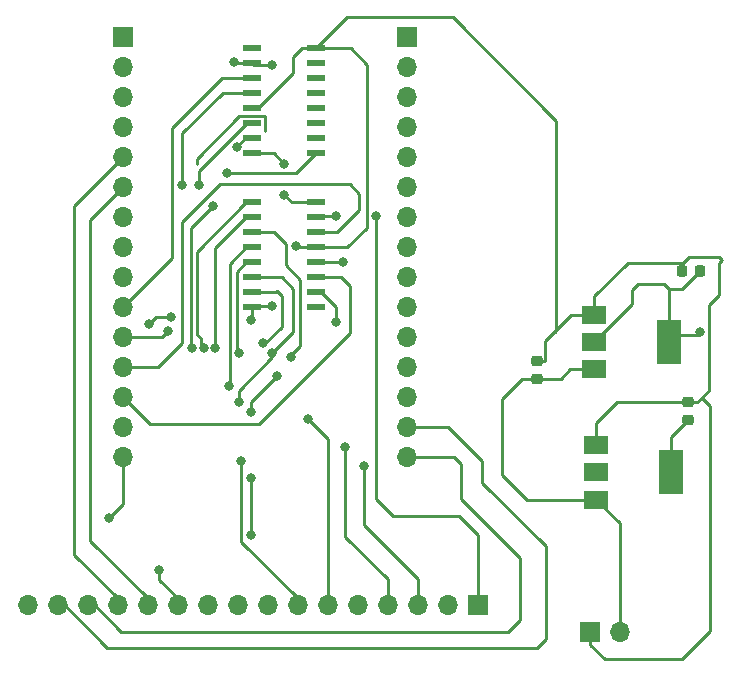
<source format=gbr>
%TF.GenerationSoftware,KiCad,Pcbnew,8.0.0-8.0.0-1~ubuntu22.04.1*%
%TF.CreationDate,2024-03-19T22:30:40+08:00*%
%TF.ProjectId,ble_midi_hardware,626c655f-6d69-4646-995f-686172647761,rev?*%
%TF.SameCoordinates,Original*%
%TF.FileFunction,Copper,L1,Top*%
%TF.FilePolarity,Positive*%
%FSLAX46Y46*%
G04 Gerber Fmt 4.6, Leading zero omitted, Abs format (unit mm)*
G04 Created by KiCad (PCBNEW 8.0.0-8.0.0-1~ubuntu22.04.1) date 2024-03-19 22:30:40*
%MOMM*%
%LPD*%
G01*
G04 APERTURE LIST*
G04 Aperture macros list*
%AMRoundRect*
0 Rectangle with rounded corners*
0 $1 Rounding radius*
0 $2 $3 $4 $5 $6 $7 $8 $9 X,Y pos of 4 corners*
0 Add a 4 corners polygon primitive as box body*
4,1,4,$2,$3,$4,$5,$6,$7,$8,$9,$2,$3,0*
0 Add four circle primitives for the rounded corners*
1,1,$1+$1,$2,$3*
1,1,$1+$1,$4,$5*
1,1,$1+$1,$6,$7*
1,1,$1+$1,$8,$9*
0 Add four rect primitives between the rounded corners*
20,1,$1+$1,$2,$3,$4,$5,0*
20,1,$1+$1,$4,$5,$6,$7,0*
20,1,$1+$1,$6,$7,$8,$9,0*
20,1,$1+$1,$8,$9,$2,$3,0*%
G04 Aperture macros list end*
%TA.AperFunction,ComponentPad*%
%ADD10R,1.700000X1.700000*%
%TD*%
%TA.AperFunction,ComponentPad*%
%ADD11O,1.700000X1.700000*%
%TD*%
%TA.AperFunction,SMDPad,CuDef*%
%ADD12RoundRect,0.225000X0.250000X-0.225000X0.250000X0.225000X-0.250000X0.225000X-0.250000X-0.225000X0*%
%TD*%
%TA.AperFunction,SMDPad,CuDef*%
%ADD13R,2.000000X1.500000*%
%TD*%
%TA.AperFunction,SMDPad,CuDef*%
%ADD14R,2.000000X3.800000*%
%TD*%
%TA.AperFunction,SMDPad,CuDef*%
%ADD15R,1.550000X0.600000*%
%TD*%
%TA.AperFunction,SMDPad,CuDef*%
%ADD16RoundRect,0.225000X0.225000X0.250000X-0.225000X0.250000X-0.225000X-0.250000X0.225000X-0.250000X0*%
%TD*%
%TA.AperFunction,ViaPad*%
%ADD17C,0.800000*%
%TD*%
%TA.AperFunction,Conductor*%
%ADD18C,0.250000*%
%TD*%
G04 APERTURE END LIST*
D10*
%TO.P,J2,1,Pin_1*%
%TO.N,unconnected-(J2-Pin_1-Pad1)*%
X107200000Y-62240000D03*
D11*
%TO.P,J2,2,Pin_2*%
%TO.N,unconnected-(J2-Pin_2-Pad2)*%
X107200000Y-64780000D03*
%TO.P,J2,3,Pin_3*%
%TO.N,unconnected-(J2-Pin_3-Pad3)*%
X107200000Y-67320000D03*
%TO.P,J2,4,Pin_4*%
%TO.N,unconnected-(J2-Pin_4-Pad4)*%
X107200000Y-69860000D03*
%TO.P,J2,5,Pin_5*%
%TO.N,/IN3*%
X107200000Y-72400000D03*
%TO.P,J2,6,Pin_6*%
%TO.N,/IN2*%
X107200000Y-74940000D03*
%TO.P,J2,7,Pin_7*%
%TO.N,/IN1*%
X107200000Y-77480000D03*
%TO.P,J2,8,Pin_8*%
%TO.N,/RCK2*%
X107200000Y-80020000D03*
%TO.P,J2,9,Pin_9*%
%TO.N,/SDA2*%
X107200000Y-82560000D03*
%TO.P,J2,10,Pin_10*%
%TO.N,/SCK2*%
X107200000Y-85100000D03*
%TO.P,J2,11,Pin_11*%
%TO.N,/RCK1*%
X107200000Y-87640000D03*
%TO.P,J2,12,Pin_12*%
%TO.N,/SDA1*%
X107200000Y-90180000D03*
%TO.P,J2,13,Pin_13*%
%TO.N,/SCK1*%
X107200000Y-92720000D03*
%TO.P,J2,14,Pin_14*%
%TO.N,/GND*%
X107200000Y-95260000D03*
%TO.P,J2,15,Pin_15*%
%TO.N,/5V*%
X107200000Y-97800000D03*
%TD*%
D12*
%TO.P,C2,1*%
%TO.N,/3.3V*%
X155011000Y-94706400D03*
%TO.P,C2,2*%
%TO.N,/GND*%
X155011000Y-93156400D03*
%TD*%
D13*
%TO.P,U4,1,GND*%
%TO.N,/GND*%
X147066000Y-85800000D03*
%TO.P,U4,2,VO*%
%TO.N,/5V*%
X147066000Y-88100000D03*
D14*
X153366000Y-88100000D03*
D13*
%TO.P,U4,3,VI*%
%TO.N,/\u96FB\u6E90/VIN*%
X147066000Y-90400000D03*
%TD*%
D10*
%TO.P,J3,1,Pin_1*%
%TO.N,unconnected-(J3-Pin_1-Pad1)*%
X131200000Y-62240000D03*
D11*
%TO.P,J3,2,Pin_2*%
%TO.N,unconnected-(J3-Pin_2-Pad2)*%
X131200000Y-64780000D03*
%TO.P,J3,3,Pin_3*%
%TO.N,unconnected-(J3-Pin_3-Pad3)*%
X131200000Y-67320000D03*
%TO.P,J3,4,Pin_4*%
%TO.N,unconnected-(J3-Pin_4-Pad4)*%
X131200000Y-69860000D03*
%TO.P,J3,5,Pin_5*%
%TO.N,unconnected-(J3-Pin_5-Pad5)*%
X131200000Y-72400000D03*
%TO.P,J3,6,Pin_6*%
%TO.N,unconnected-(J3-Pin_6-Pad6)*%
X131200000Y-74940000D03*
%TO.P,J3,7,Pin_7*%
%TO.N,unconnected-(J3-Pin_7-Pad7)*%
X131200000Y-77480000D03*
%TO.P,J3,8,Pin_8*%
%TO.N,unconnected-(J3-Pin_8-Pad8)*%
X131200000Y-80020000D03*
%TO.P,J3,9,Pin_9*%
%TO.N,unconnected-(J3-Pin_9-Pad9)*%
X131200000Y-82560000D03*
%TO.P,J3,10,Pin_10*%
%TO.N,unconnected-(J3-Pin_10-Pad10)*%
X131200000Y-85100000D03*
%TO.P,J3,11,Pin_11*%
%TO.N,unconnected-(J3-Pin_11-Pad11)*%
X131200000Y-87640000D03*
%TO.P,J3,12,Pin_12*%
%TO.N,unconnected-(J3-Pin_12-Pad12)*%
X131200000Y-90180000D03*
%TO.P,J3,13,Pin_13*%
%TO.N,unconnected-(J3-Pin_13-Pad13)*%
X131200000Y-92720000D03*
%TO.P,J3,14,Pin_14*%
%TO.N,/IN5*%
X131200000Y-95260000D03*
%TO.P,J3,15,Pin_15*%
%TO.N,/IN4*%
X131200000Y-97800000D03*
%TD*%
D15*
%TO.P,U2,1,QB*%
%TO.N,/OUT10*%
X123530200Y-72127800D03*
%TO.P,U2,2,QC*%
%TO.N,unconnected-(U2-QC-Pad2)*%
X123530200Y-70857800D03*
%TO.P,U2,3,QD*%
%TO.N,unconnected-(U2-QD-Pad3)*%
X123530200Y-69587800D03*
%TO.P,U2,4,QE*%
%TO.N,unconnected-(U2-QE-Pad4)*%
X123530200Y-68317800D03*
%TO.P,U2,5,QF*%
%TO.N,unconnected-(U2-QF-Pad5)*%
X123530200Y-67047800D03*
%TO.P,U2,6,QG*%
%TO.N,unconnected-(U2-QG-Pad6)*%
X123530200Y-65777800D03*
%TO.P,U2,7,QH*%
%TO.N,unconnected-(U2-QH-Pad7)*%
X123530200Y-64507800D03*
%TO.P,U2,8,GND*%
%TO.N,/GND*%
X123530200Y-63237800D03*
%TO.P,U2,9,QH'*%
%TO.N,unconnected-(U2-QH'-Pad9)*%
X118130200Y-63237800D03*
%TO.P,U2,10,~{SRCLR}*%
%TO.N,/5V*%
X118130200Y-64507800D03*
%TO.P,U2,11,SRCLK*%
%TO.N,/SCK2*%
X118130200Y-65777800D03*
%TO.P,U2,12,RCLK*%
%TO.N,/RCK2*%
X118130200Y-67047800D03*
%TO.P,U2,13,~{OE}*%
%TO.N,/GND*%
X118130200Y-68317800D03*
%TO.P,U2,14,SER*%
%TO.N,/SDA2*%
X118130200Y-69587800D03*
%TO.P,U2,15,QA*%
%TO.N,/OUT9*%
X118130200Y-70857800D03*
%TO.P,U2,16,VCC*%
%TO.N,/5V*%
X118130200Y-72127800D03*
%TD*%
D13*
%TO.P,U3,1,GND*%
%TO.N,/GND*%
X147261000Y-96831400D03*
%TO.P,U3,2,VO*%
%TO.N,/3.3V*%
X147261000Y-99131400D03*
D14*
X153561000Y-99131400D03*
D13*
%TO.P,U3,3,VI*%
%TO.N,/\u96FB\u6E90/VIN*%
X147261000Y-101431400D03*
%TD*%
D10*
%TO.P,J1,1,Pin_1*%
%TO.N,/GND*%
X146710400Y-112623600D03*
D11*
%TO.P,J1,2,Pin_2*%
%TO.N,/\u96FB\u6E90/VIN*%
X149250400Y-112623600D03*
%TD*%
D16*
%TO.P,C3,1*%
%TO.N,/5V*%
X156061000Y-82101400D03*
%TO.P,C3,2*%
%TO.N,/GND*%
X154511000Y-82101400D03*
%TD*%
D15*
%TO.P,U1,1,QB*%
%TO.N,/OUT2*%
X118080200Y-76261024D03*
%TO.P,U1,2,QC*%
%TO.N,/OUT3*%
X118080200Y-77531024D03*
%TO.P,U1,3,QD*%
%TO.N,/OUT4*%
X118080200Y-78801024D03*
%TO.P,U1,4,QE*%
%TO.N,/OUT5*%
X118080200Y-80071024D03*
%TO.P,U1,5,QF*%
%TO.N,/OUT6*%
X118080200Y-81341024D03*
%TO.P,U1,6,QG*%
%TO.N,/OUT7*%
X118080200Y-82611024D03*
%TO.P,U1,7,QH*%
%TO.N,/OUT8*%
X118080200Y-83881024D03*
%TO.P,U1,8,GND*%
%TO.N,/GND*%
X118080200Y-85151024D03*
%TO.P,U1,9,QH'*%
%TO.N,unconnected-(U1-QH'-Pad9)*%
X123480200Y-85151024D03*
%TO.P,U1,10,~{SRCLR}*%
%TO.N,/5V*%
X123480200Y-83881024D03*
%TO.P,U1,11,SRCLK*%
%TO.N,/SCK1*%
X123480200Y-82611024D03*
%TO.P,U1,12,RCLK*%
%TO.N,/RCK1*%
X123480200Y-81341024D03*
%TO.P,U1,13,~{OE}*%
%TO.N,/GND*%
X123480200Y-80071024D03*
%TO.P,U1,14,SER*%
%TO.N,/SDA1*%
X123480200Y-78801024D03*
%TO.P,U1,15,QA*%
%TO.N,/OUT1*%
X123480200Y-77531024D03*
%TO.P,U1,16,VCC*%
%TO.N,/5V*%
X123480200Y-76261024D03*
%TD*%
D10*
%TO.P,J4,1,Pin_1*%
%TO.N,/OUT1*%
X137205000Y-110350000D03*
D11*
%TO.P,J4,2,Pin_2*%
%TO.N,/OUT2*%
X134665000Y-110350000D03*
%TO.P,J4,3,Pin_3*%
%TO.N,/OUT3*%
X132125000Y-110350000D03*
%TO.P,J4,4,Pin_4*%
%TO.N,/OUT4*%
X129585000Y-110350000D03*
%TO.P,J4,5,Pin_5*%
%TO.N,/OUT5*%
X127045000Y-110350000D03*
%TO.P,J4,6,Pin_6*%
%TO.N,/OUT6*%
X124505000Y-110350000D03*
%TO.P,J4,7,Pin_7*%
%TO.N,/OUT7*%
X121965000Y-110350000D03*
%TO.P,J4,8,Pin_8*%
%TO.N,/OUT8*%
X119425000Y-110350000D03*
%TO.P,J4,9,Pin_9*%
%TO.N,/OUT9*%
X116885000Y-110350000D03*
%TO.P,J4,10,Pin_10*%
%TO.N,/OUT10*%
X114345000Y-110350000D03*
%TO.P,J4,11,Pin_11*%
%TO.N,/IN1*%
X111805000Y-110350000D03*
%TO.P,J4,12,Pin_12*%
%TO.N,/IN2*%
X109265000Y-110350000D03*
%TO.P,J4,13,Pin_13*%
%TO.N,/IN3*%
X106725000Y-110350000D03*
%TO.P,J4,14,Pin_14*%
%TO.N,/IN4*%
X104185000Y-110350000D03*
%TO.P,J4,15,Pin_15*%
%TO.N,/IN5*%
X101645000Y-110350000D03*
%TO.P,J4,16,Pin_16*%
%TO.N,unconnected-(J4-Pin_16-Pad16)*%
X99105000Y-110350000D03*
%TD*%
D12*
%TO.P,C1,1*%
%TO.N,/\u96FB\u6E90/VIN*%
X142261000Y-91206400D03*
%TO.P,C1,2*%
%TO.N,/GND*%
X142261000Y-89656400D03*
%TD*%
D17*
%TO.N,/IN1*%
X110200000Y-107400000D03*
%TO.N,/RCK2*%
X112200000Y-74800000D03*
%TO.N,/SDA2*%
X113600000Y-74800000D03*
%TO.N,/RCK1*%
X111000000Y-87132800D03*
X125780200Y-81332800D03*
%TO.N,/GND*%
X121800000Y-80000000D03*
X111200000Y-86000000D03*
X119800000Y-85000000D03*
X118000000Y-86200000D03*
X109400000Y-86600000D03*
%TO.N,/5V*%
X120800000Y-73000000D03*
X116600000Y-64400000D03*
X125200000Y-86400000D03*
X119800000Y-64600000D03*
X106000000Y-103000000D03*
X156060000Y-87260000D03*
X120800000Y-75600000D03*
%TO.N,/OUT1*%
X128600000Y-77400000D03*
X128600000Y-77400000D03*
X125200000Y-77400000D03*
%TO.N,/OUT2*%
X114000000Y-88600000D03*
%TO.N,/OUT3*%
X115000000Y-88600000D03*
X127600000Y-98600000D03*
%TO.N,/OUT4*%
X121400000Y-89400000D03*
X126000000Y-97000000D03*
%TO.N,/OUT5*%
X116175048Y-91824951D03*
%TO.N,/OUT6*%
X122800000Y-94600000D03*
X117000000Y-89000000D03*
%TO.N,/OUT7*%
X117000000Y-93200000D03*
X119800000Y-89000000D03*
X117200000Y-98200000D03*
%TO.N,/OUT8*%
X120200000Y-91000000D03*
X118000000Y-99600000D03*
X118000000Y-94000000D03*
X119000000Y-88200000D03*
X118000000Y-104400000D03*
%TO.N,/OUT9*%
X116800000Y-71600000D03*
X113000000Y-88600000D03*
X114800000Y-76600000D03*
%TO.N,/OUT10*%
X116000000Y-73800000D03*
%TD*%
D18*
%TO.N,/5V*%
X156060000Y-87260000D02*
X155850000Y-87470000D01*
X155850000Y-87470000D02*
X153996000Y-87470000D01*
X153996000Y-87470000D02*
X153366000Y-88100000D01*
%TO.N,/GND*%
X156159200Y-92811600D02*
X156810000Y-92160800D01*
X156810000Y-92160800D02*
X156810000Y-84950000D01*
X157632400Y-81381600D02*
X157886400Y-81127600D01*
X157632400Y-80873600D02*
X155092400Y-80873600D01*
X156810000Y-84950000D02*
X157632400Y-84127600D01*
X157632400Y-84127600D02*
X157632400Y-81381600D01*
X157886400Y-81127600D02*
X157632400Y-80873600D01*
X155092400Y-80873600D02*
X154584400Y-81381600D01*
%TO.N,*%
X113400000Y-72593000D02*
X117030200Y-68962800D01*
X119230200Y-68962800D02*
X119230200Y-70182600D01*
X119230200Y-70182600D02*
X119200000Y-70212800D01*
X117030200Y-68962800D02*
X119230200Y-68962800D01*
X113400000Y-73000000D02*
X113400000Y-72593000D01*
%TO.N,/IN3*%
X103000000Y-76600000D02*
X107200000Y-72400000D01*
X103000000Y-106080000D02*
X103000000Y-76600000D01*
X106720000Y-109800000D02*
X103000000Y-106080000D01*
%TO.N,/IN2*%
X104400000Y-104940000D02*
X104400000Y-77740000D01*
X104400000Y-77740000D02*
X107200000Y-74940000D01*
X109260000Y-109800000D02*
X104400000Y-104940000D01*
%TO.N,/IN1*%
X110200000Y-108200000D02*
X110200000Y-107400000D01*
X111800000Y-109800000D02*
X110200000Y-108200000D01*
%TO.N,/RCK2*%
X115647800Y-67047800D02*
X115600000Y-67000000D01*
X112200000Y-70600000D02*
X112200000Y-74800000D01*
X115600000Y-67000000D02*
X112200000Y-70400000D01*
X112200000Y-70400000D02*
X112200000Y-70600000D01*
X112200000Y-74800000D02*
X112200000Y-75000000D01*
X118130200Y-67047800D02*
X115647800Y-67047800D01*
%TO.N,/SDA2*%
X117655200Y-69587800D02*
X113600000Y-73643000D01*
X118130200Y-69587800D02*
X117655200Y-69587800D01*
X113600000Y-73643000D02*
X113600000Y-74800000D01*
%TO.N,/SCK2*%
X115580200Y-65732800D02*
X115625200Y-65777800D01*
X115625200Y-65777800D02*
X118130200Y-65777800D01*
X111330200Y-69982800D02*
X115580200Y-65732800D01*
X107200000Y-85100000D02*
X111330200Y-80969800D01*
X111330200Y-80969800D02*
X111330200Y-69982800D01*
%TO.N,/RCK1*%
X125780200Y-81332800D02*
X123488424Y-81332800D01*
X111000000Y-87132800D02*
X110492800Y-87640000D01*
X110492800Y-87640000D02*
X107200000Y-87640000D01*
X123488424Y-81332800D02*
X123480200Y-81341024D01*
%TO.N,/SDA1*%
X125311976Y-78801024D02*
X123480200Y-78801024D01*
X112180200Y-88132800D02*
X112180200Y-77932800D01*
X107200000Y-90180000D02*
X110133000Y-90180000D01*
X115380200Y-74732800D02*
X126380200Y-74732800D01*
X126380200Y-74732800D02*
X127180200Y-75532800D01*
X127180200Y-76932800D02*
X125311976Y-78801024D01*
X127180200Y-75532800D02*
X127180200Y-76932800D01*
X110133000Y-90180000D02*
X112180200Y-88132800D01*
X112180200Y-77932800D02*
X115380200Y-74732800D01*
%TO.N,/SCK1*%
X125611024Y-82611024D02*
X123480200Y-82611024D01*
X126380200Y-83380200D02*
X125611024Y-82611024D01*
X126380200Y-87332800D02*
X126380200Y-83380200D01*
X118713000Y-95000000D02*
X126380200Y-87332800D01*
X107200000Y-92720000D02*
X109480000Y-95000000D01*
X109480000Y-95000000D02*
X118713000Y-95000000D01*
%TO.N,/GND*%
X155011000Y-93156400D02*
X155814400Y-93156400D01*
X121600000Y-65323000D02*
X121600000Y-64000000D01*
X154511000Y-82101400D02*
X154511000Y-81455000D01*
X146710400Y-113723600D02*
X147947200Y-114960400D01*
X118605200Y-68317800D02*
X121600000Y-65323000D01*
X110000000Y-86000000D02*
X109400000Y-86600000D01*
X154482800Y-114960400D02*
X156870400Y-112572800D01*
X143823800Y-69351000D02*
X135077200Y-60604400D01*
X142261000Y-89656400D02*
X142911000Y-89656400D01*
X111200000Y-86000000D02*
X110000000Y-86000000D01*
X149036000Y-93156400D02*
X147261000Y-94931400D01*
X127800000Y-78400000D02*
X126128976Y-80071024D01*
X155814400Y-93156400D02*
X156159200Y-92811600D01*
X127800000Y-64600000D02*
X127800000Y-78400000D01*
X147261000Y-94931400D02*
X147261000Y-96831400D01*
X154584400Y-81381600D02*
X149910800Y-81381600D01*
X147066000Y-84226400D02*
X147066000Y-85800000D01*
X154511000Y-81455000D02*
X154584400Y-81381600D01*
X146710400Y-112623600D02*
X146710400Y-113723600D01*
X126163600Y-60604400D02*
X123530200Y-63237800D01*
X143823800Y-87118600D02*
X143823800Y-69351000D01*
X147947200Y-114960400D02*
X154482800Y-114960400D01*
X142911000Y-89656400D02*
X142911000Y-88031400D01*
X143030200Y-87912200D02*
X143823800Y-87118600D01*
X126437800Y-63237800D02*
X127800000Y-64600000D01*
X156870400Y-112572800D02*
X156870400Y-93522800D01*
X155011000Y-93156400D02*
X149036000Y-93156400D01*
X118130200Y-68317800D02*
X118605200Y-68317800D01*
X118231224Y-85000000D02*
X118080200Y-85151024D01*
X122362200Y-63237800D02*
X123530200Y-63237800D01*
X156870400Y-93522800D02*
X156159200Y-92811600D01*
X121871024Y-80071024D02*
X121800000Y-80000000D01*
X145142400Y-85800000D02*
X147066000Y-85800000D01*
X142911000Y-88031400D02*
X143030200Y-87912200D01*
X123480200Y-80071024D02*
X122000000Y-80071024D01*
X118080200Y-85151024D02*
X118080200Y-86119800D01*
X123530200Y-63237800D02*
X126437800Y-63237800D01*
X119800000Y-85000000D02*
X118231224Y-85000000D01*
X121600000Y-64000000D02*
X122362200Y-63237800D01*
X126128976Y-80071024D02*
X123480200Y-80071024D01*
X135077200Y-60604400D02*
X126163600Y-60604400D01*
X149910800Y-81381600D02*
X147066000Y-84226400D01*
X118080200Y-86119800D02*
X118000000Y-86200000D01*
X143030200Y-87912200D02*
X145142400Y-85800000D01*
%TO.N,/5V*%
X150736000Y-83206400D02*
X150261000Y-83681400D01*
X123955200Y-83881024D02*
X125200000Y-85125824D01*
X153366000Y-83622800D02*
X152949600Y-83206400D01*
X125200000Y-85125824D02*
X125200000Y-86400000D01*
X107200000Y-97800000D02*
X107200000Y-101800000D01*
X123480200Y-76261024D02*
X121461024Y-76261024D01*
X121461024Y-76261024D02*
X120800000Y-75600000D01*
X152949600Y-83206400D02*
X150736000Y-83206400D01*
X153366000Y-83752400D02*
X153366000Y-83622800D01*
X107200000Y-101800000D02*
X106000000Y-103000000D01*
X150261000Y-83681400D02*
X150261000Y-84905000D01*
X153366000Y-83622800D02*
X154539600Y-83622800D01*
X118130200Y-64507800D02*
X116707800Y-64507800D01*
X118222400Y-64600000D02*
X118130200Y-64507800D01*
X106000000Y-103000000D02*
X105800000Y-103200000D01*
X119927800Y-72127800D02*
X118130200Y-72127800D01*
X153366000Y-88100000D02*
X153366000Y-83752400D01*
X125200000Y-86400000D02*
X125200000Y-86600000D01*
X150261000Y-84905000D02*
X147066000Y-88100000D01*
X123480200Y-83881024D02*
X123955200Y-83881024D01*
X154539600Y-83622800D02*
X156061000Y-82101400D01*
X116707800Y-64507800D02*
X116600000Y-64400000D01*
X120800000Y-73000000D02*
X119927800Y-72127800D01*
X119800000Y-64600000D02*
X118222400Y-64600000D01*
%TO.N,/IN5*%
X101640000Y-109800000D02*
X105840000Y-114000000D01*
X142200000Y-114000000D02*
X143000000Y-113200000D01*
X143000000Y-113200000D02*
X143000000Y-105400000D01*
X137600000Y-100000000D02*
X137600000Y-98200000D01*
X105840000Y-114000000D02*
X142200000Y-114000000D01*
X143000000Y-105400000D02*
X137600000Y-100000000D01*
X134660000Y-95260000D02*
X131200000Y-95260000D01*
X137600000Y-98200000D02*
X134660000Y-95260000D01*
%TO.N,/IN4*%
X135800000Y-98400000D02*
X135200000Y-97800000D01*
X140800000Y-106400000D02*
X135800000Y-101400000D01*
X139800000Y-112600000D02*
X140800000Y-111600000D01*
X104180000Y-109800000D02*
X106980000Y-112600000D01*
X106980000Y-112600000D02*
X139800000Y-112600000D01*
X135800000Y-101400000D02*
X135800000Y-98400000D01*
X135200000Y-97800000D02*
X131200000Y-97800000D01*
X140800000Y-111600000D02*
X140800000Y-106400000D01*
%TO.N,/OUT1*%
X123611224Y-77400000D02*
X123480200Y-77531024D01*
X137200000Y-109800000D02*
X137200000Y-104400000D01*
X137200000Y-104400000D02*
X135644600Y-102844600D01*
X128600000Y-101396600D02*
X128600000Y-77400000D01*
X125200000Y-77400000D02*
X123611224Y-77400000D01*
X135644600Y-102844600D02*
X130048000Y-102844600D01*
X130048000Y-102844600D02*
X128600000Y-101396600D01*
%TO.N,/OUT2*%
X117605200Y-76261024D02*
X113400000Y-80466224D01*
X113800000Y-88400000D02*
X114000000Y-88600000D01*
X113800000Y-87800000D02*
X113800000Y-88400000D01*
X113400000Y-80466224D02*
X113400000Y-87400000D01*
X118080200Y-76261024D02*
X117605200Y-76261024D01*
X113400000Y-87400000D02*
X113800000Y-87800000D01*
%TO.N,/OUT3*%
X115000000Y-88600000D02*
X115000000Y-88800000D01*
X117605200Y-77531024D02*
X115000000Y-80136224D01*
X127600000Y-98600000D02*
X127600000Y-103600000D01*
X132120000Y-108120000D02*
X132120000Y-109800000D01*
X115000000Y-80136224D02*
X115000000Y-88600000D01*
X127600000Y-103600000D02*
X132120000Y-108120000D01*
X118080200Y-77531024D02*
X117605200Y-77531024D01*
%TO.N,/OUT4*%
X122200000Y-82800000D02*
X122200000Y-88400000D01*
X121400000Y-89200000D02*
X121400000Y-89400000D01*
X129580000Y-108180000D02*
X129580000Y-109800000D01*
X118080200Y-78801024D02*
X118081224Y-78800000D01*
X122200000Y-88400000D02*
X121400000Y-89200000D01*
X121000000Y-79800000D02*
X121000000Y-81600000D01*
X121400000Y-89400000D02*
X121200000Y-89400000D01*
X121000000Y-81600000D02*
X122200000Y-82800000D01*
X126000000Y-104600000D02*
X129580000Y-108180000D01*
X121200000Y-89400000D02*
X121200000Y-89400000D01*
X118081224Y-78800000D02*
X120000000Y-78800000D01*
X120000000Y-78800000D02*
X121000000Y-79800000D01*
X126000000Y-97000000D02*
X126000000Y-104600000D01*
%TO.N,/OUT5*%
X117605200Y-80071024D02*
X118080200Y-80071024D01*
X116200000Y-81476224D02*
X117605200Y-80071024D01*
X116200000Y-91799999D02*
X116200000Y-81476224D01*
X116175048Y-91824951D02*
X116200000Y-91799999D01*
X116200000Y-91799999D02*
X116200000Y-88800000D01*
%TO.N,/OUT6*%
X117000000Y-89200000D02*
X117000000Y-89200000D01*
X117605200Y-81341024D02*
X116800000Y-82146224D01*
X122800000Y-94600000D02*
X124500000Y-96300000D01*
X116800000Y-89000000D02*
X116800000Y-89000000D01*
X124500000Y-96300000D02*
X124500000Y-109800000D01*
X117000000Y-89000000D02*
X117000000Y-89200000D01*
X118080200Y-81341024D02*
X117605200Y-81341024D01*
X116800000Y-82146224D02*
X116800000Y-89000000D01*
X116800000Y-89000000D02*
X117000000Y-89000000D01*
%TO.N,/OUT7*%
X119800000Y-89000000D02*
X119800000Y-89400000D01*
X120611024Y-82611024D02*
X121600000Y-83600000D01*
X118080200Y-82611024D02*
X120611024Y-82611024D01*
X117000000Y-92200000D02*
X117000000Y-92400000D01*
X117200000Y-105040000D02*
X121960000Y-109800000D01*
X117200000Y-98200000D02*
X117200000Y-105040000D01*
X117000000Y-92400000D02*
X117000000Y-93200000D01*
X119800000Y-89400000D02*
X117000000Y-92200000D01*
X121600000Y-83600000D02*
X121600000Y-87200000D01*
X121600000Y-87200000D02*
X119800000Y-89000000D01*
%TO.N,/OUT8*%
X120600000Y-84200000D02*
X120600000Y-86800000D01*
X120600000Y-86800000D02*
X119200000Y-88200000D01*
X119000000Y-88200000D02*
X119000000Y-88400000D01*
X120118976Y-83881024D02*
X120200000Y-83800000D01*
X118080200Y-83881024D02*
X120118976Y-83881024D01*
X120200000Y-91000000D02*
X118000000Y-93200000D01*
X118000000Y-93200000D02*
X118000000Y-93400000D01*
X118000000Y-99600000D02*
X118000000Y-104400000D01*
X118000000Y-93400000D02*
X118000000Y-94000000D01*
X120200000Y-83800000D02*
X120600000Y-84200000D01*
X119200000Y-88200000D02*
X119000000Y-88200000D01*
X119000000Y-88400000D02*
X119000000Y-88400000D01*
%TO.N,/OUT9*%
X114800000Y-76600000D02*
X114700000Y-76700000D01*
X116800000Y-71600000D02*
X117542200Y-70857800D01*
X113000000Y-88600000D02*
X112950000Y-88550000D01*
X112950000Y-78450000D02*
X114800000Y-76600000D01*
X112950000Y-88550000D02*
X112950000Y-78450000D01*
X117542200Y-70857800D02*
X118130200Y-70857800D01*
%TO.N,/OUT10*%
X123530200Y-72127800D02*
X121858000Y-73800000D01*
X121858000Y-73800000D02*
X116000000Y-73800000D01*
%TO.N,/\u96FB\u6E90/VIN*%
X149250400Y-103420800D02*
X147261000Y-101431400D01*
X139279200Y-92913200D02*
X140986000Y-91206400D01*
X149250400Y-112623600D02*
X149250400Y-103420800D01*
X147261000Y-101431400D02*
X141347800Y-101431400D01*
X141347800Y-101431400D02*
X139261000Y-99344600D01*
X140986000Y-91206400D02*
X142261000Y-91206400D01*
X139261000Y-92913200D02*
X139279200Y-92913200D01*
X139261000Y-99344600D02*
X139261000Y-92913200D01*
X142261000Y-91206400D02*
X144223200Y-91206400D01*
X144223200Y-91206400D02*
X145029600Y-90400000D01*
X145029600Y-90400000D02*
X147066000Y-90400000D01*
%TO.N,/3.3V*%
X155011000Y-94706400D02*
X153561000Y-96156400D01*
X153561000Y-96156400D02*
X153561000Y-99131400D01*
%TD*%
M02*

</source>
